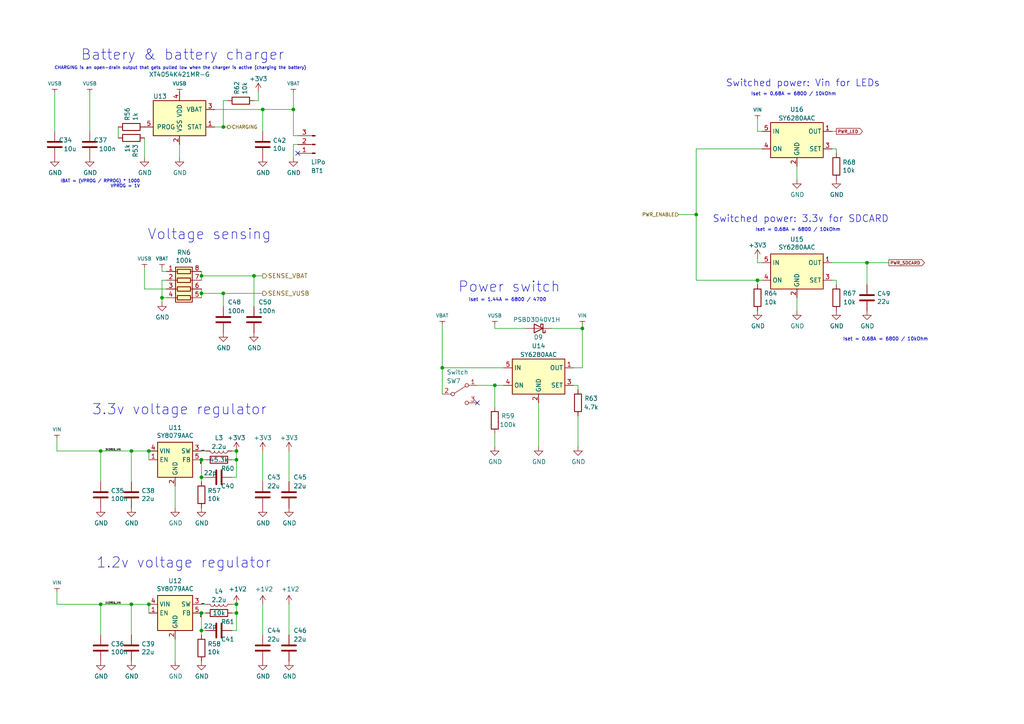
<source format=kicad_sch>
(kicad_sch (version 20211123) (generator eeschema)
  (paper "A4")
  (title_block (title "MCH2022 badge - Power management") (date "2022-03-14") (rev "4") (company "BADGE.TEAM") (comment 1 "All control signals are hierarchical labels while all power rails are global."))
  (lib_symbols
    (symbol "mch2021-rescue:+1V2-power" (power) (pin_names (offset 0))
      (property "Value" "+1V2-power" (at 0 3.556 0))
      (symbol "+1V2-power_1_1"
        (pin power_in line (at 0 0 90) (length 0) hide (name "+1V2") (number "1"))
      )
    )
    (symbol "mch2021-rescue:+3.3V-power" (power) (pin_names (offset 0))
      (property "Value" "+3.3V-power" (at 0 3.556 0))
      (symbol "+3.3V-power_1_1"
        (pin power_in line (at 0 0 90) (length 0) hide (name "+3V3") (number "1"))
      )
    )
    (symbol "mch2021-rescue:AAT4610BIGV-1-T1-Power_Management"
      (property "Reference" "U" (at -6.35 -6.35 0))
      (property "Value" "AAT4610BIGV-1-T1-Power_Management" (at 0 6.35 0))
      (symbol "AAT4610BIGV-1-T1-Power_Management_1_1"
        (pin power_out line (at 10.16 2.54 180) (length 2.54) (name "OUT") (number "1"))
        (pin power_in line (at 0 -7.62 90) (length 2.54) (name "GND") (number "2"))
        (pin passive line (at 10.16 -2.54 180) (length 2.54) (name "SET") (number "3"))
        (pin input line (at -10.16 -2.54 0) (length 2.54) (name "ON") (number "4"))
        (pin power_in line (at -10.16 2.54 0) (length 2.54) (name "IN") (number "5"))
      )
    )
    (symbol "mch2021-rescue:C-Device" (pin_numbers hide) (pin_names (offset 0.254))
      (property "Reference" "C" (at 0.635 2.54 0))
      (property "Value" "C-Device" (at 0.635 -2.54 0))
      (symbol "C-Device_1_1"
        (pin passive line (at 0 3.81 270) (length 2.794) (name "~") (number "1"))
        (pin passive line (at 0 -3.81 90) (length 2.794) (name "~") (number "2"))
      )
    )
    (symbol "mch2021-rescue:Conn_01x03_Male-Connector" (pin_names (offset 1.016) hide)
      (property "Reference" "J" (at 0 5.08 0))
      (property "Value" "Conn_01x03_Male-Connector" (at 0 -5.08 0))
      (symbol "Conn_01x03_Male-Connector_1_1"
        (pin passive line (at 5.08 2.54 180) (length 3.81) (name "Pin_1") (number "1"))
        (pin passive line (at 5.08 0 180) (length 3.81) (name "Pin_2") (number "2"))
        (pin passive line (at 5.08 -2.54 180) (length 3.81) (name "Pin_3") (number "3"))
      )
    )
    (symbol "mch2021-rescue:D_Schottky-Device" (pin_numbers hide) (pin_names (offset 1.016) hide)
      (property "Reference" "D" (at 0 2.54 0))
      (property "Value" "D_Schottky-Device" (at 0 -2.54 0))
      (symbol "D_Schottky-Device_1_1"
        (pin passive line (at -3.81 0 0) (length 2.54) (name "K") (number "1"))
        (pin passive line (at 3.81 0 180) (length 2.54) (name "A") (number "2"))
      )
    )
    (symbol "mch2021-rescue:GND-power" (power) (pin_names (offset 0))
      (property "Value" "GND-power" (at 0 -3.81 0))
      (symbol "GND-power_1_1"
        (pin power_in line (at 0 0 270) (length 0) hide (name "GND") (number "1"))
      )
    )
    (symbol "mch2021-rescue:L-Device" (pin_numbers hide) (pin_names (offset 1.016) hide)
      (property "Reference" "L" (at -1.27 0 90))
      (property "Value" "L-Device" (at 1.905 0 90))
      (symbol "L-Device_1_1"
        (pin passive line (at 0 3.81 270) (length 1.27) (name "1") (number "1"))
        (pin passive line (at 0 -3.81 90) (length 1.27) (name "2") (number "2"))
      )
    )
    (symbol "mch2021-rescue:MCP73831-2-OT-Battery_Management" (pin_names (offset 1.016))
      (property "Reference" "U" (at -7.62 6.35 0))
      (property "Value" "MCP73831-2-OT-Battery_Management" (at 1.27 6.35 0))
      (symbol "MCP73831-2-OT-Battery_Management_1_1"
        (pin output line (at 10.16 -2.54 180) (length 2.54) (name "STAT") (number "1"))
        (pin power_in line (at 0 -7.62 90) (length 2.54) (name "VSS") (number "2"))
        (pin power_out line (at 10.16 2.54 180) (length 2.54) (name "VBAT") (number "3"))
        (pin power_in line (at 0 7.62 270) (length 2.54) (name "VDD") (number "4"))
        (pin input line (at -10.16 -2.54 0) (length 2.54) (name "PROG") (number "5"))
      )
    )
    (symbol "mch2021-rescue:R-Device" (pin_numbers hide) (pin_names (offset 0))
      (property "Reference" "R" (at 2.032 0 90))
      (property "Value" "R-Device" (at 0 0 90))
      (symbol "R-Device_1_1"
        (pin passive line (at 0 3.81 270) (length 1.27) (name "~") (number "1"))
        (pin passive line (at 0 -3.81 90) (length 1.27) (name "~") (number "2"))
      )
    )
    (symbol "mch2021-rescue:R_Pack04-Device" (pin_names (offset 0) hide)
      (property "Reference" "RN" (at -7.62 0 90))
      (property "Value" "R_Pack04-Device" (at 5.08 0 90))
      (symbol "R_Pack04-Device_1_1"
        (pin passive line (at -5.08 -5.08 90) (length 2.54) (name "R1.1") (number "1"))
        (pin passive line (at -2.54 -5.08 90) (length 2.54) (name "R2.1") (number "2"))
        (pin passive line (at 0 -5.08 90) (length 2.54) (name "R3.1") (number "3"))
        (pin passive line (at 2.54 -5.08 90) (length 2.54) (name "R4.1") (number "4"))
        (pin passive line (at 2.54 5.08 270) (length 2.54) (name "R4.2") (number "5"))
        (pin passive line (at 0 5.08 270) (length 2.54) (name "R3.2") (number "6"))
        (pin passive line (at -2.54 5.08 270) (length 2.54) (name "R2.2") (number "7"))
        (pin passive line (at -5.08 5.08 270) (length 2.54) (name "R1.2") (number "8"))
      )
    )
    (symbol "mch2021-rescue:SW_SPDT-Switch" (pin_names (offset 0) hide)
      (property "Reference" "SW" (at 0 4.318 0))
      (property "Value" "SW_SPDT-Switch" (at 0 -5.08 0))
      (symbol "SW_SPDT-Switch_1_1"
        (pin passive line (at 5.08 2.54 180) (length 2.54) (name "A") (number "1"))
        (pin passive line (at -5.08 0 0) (length 2.54) (name "B") (number "2"))
        (pin passive line (at 5.08 -2.54 180) (length 2.54) (name "C") (number "3"))
      )
    )
    (symbol "mch2021-rescue:TLV62568DBV-Regulator_Switching"
      (property "Reference" "U" (at -5.08 6.35 0))
      (property "Value" "TLV62568DBV-Regulator_Switching" (at 0 6.35 0))
      (symbol "TLV62568DBV-Regulator_Switching_1_1"
        (pin input line (at -7.62 0 0) (length 2.54) (name "EN") (number "1"))
        (pin power_in line (at 0 -7.62 90) (length 2.54) (name "GND") (number "2"))
        (pin power_out line (at 7.62 2.54 180) (length 2.54) (name "SW") (number "3"))
        (pin power_in line (at -7.62 2.54 0) (length 2.54) (name "VIN") (number "4"))
        (pin input line (at 7.62 0 180) (length 2.54) (name "FB") (number "5"))
      )
    )
    (symbol "mch2021-rescue:VBAT-powersyms" (power) (pin_numbers hide) (pin_names (offset 0) hide)
      (property "Value" "VBAT-powersyms" (at 0 1.524 0))
      (symbol "VBAT-powersyms_1_1"
        (pin power_in line (at 0 0 90) (length 0) hide (name "VBAT") (number "1"))
      )
    )
    (symbol "mch2021-rescue:VIN-vin" (power) (pin_numbers hide) (pin_names (offset 0) hide)
      (property "Value" "VIN-vin" (at 0 1.524 0))
      (symbol "VIN-vin_1_1"
        (pin power_in line (at 0 0 90) (length 0) hide (name "VIN") (number "1"))
      )
    )
    (symbol "mch2021-rescue:VUSB-vusb" (power) (pin_numbers hide) (pin_names (offset 0) hide)
      (property "Value" "VUSB-vusb" (at 0 1.524 0))
      (symbol "VUSB-vusb_1_1"
        (pin power_in line (at 0 0 90) (length 0) hide (name "VUSB") (number "1"))
      )
    )
  )
  (junction (at 29.21 130.81))
  (junction (at 143.51 111.76))
  (junction (at 58.42 177.8))
  (junction (at 38.1 175.26))
  (junction (at 128.27 106.68))
  (junction (at 64.77 36.83))
  (junction (at 73.66 80.01))
  (junction (at 68.58 133.35))
  (junction (at 58.42 133.35))
  (junction (at 29.21 175.26))
  (junction (at 58.42 85.09))
  (junction (at 201.93 62.23))
  (junction (at 168.91 95.25))
  (junction (at 68.58 175.26))
  (junction (at 251.46 76.2))
  (junction (at 58.42 138.43))
  (junction (at 219.71 81.28))
  (junction (at 43.18 130.81))
  (junction (at 76.2 31.75))
  (junction (at 43.18 175.26))
  (junction (at 68.58 130.81))
  (junction (at 64.77 85.09))
  (junction (at 68.58 177.8))
  (junction (at 58.42 182.88))
  (junction (at 46.99 86.36))
  (junction (at 58.42 80.01))
  (junction (at 38.1 130.81))
  (junction (at 85.09 31.75))
  (no_connect (at 138.43 116.84))
  (no_connect (at 86.36 44.45))
  (wire (pts (xy 241.3 76.2) (xy 251.46 76.2)))
  (wire (pts (xy 41.91 83.82) (xy 41.91 77.47)))
  (wire (pts (xy 83.82 139.7) (xy 83.82 130.81)))
  (wire (pts (xy 58.42 175.26) (xy 59.69 175.26)))
  (wire (pts (xy 220.98 76.2) (xy 219.71 76.2)))
  (wire (pts (xy 48.26 86.36) (xy 46.99 86.36)))
  (wire (pts (xy 196.85 62.23) (xy 201.93 62.23)))
  (wire (pts (xy 68.58 130.81) (xy 67.31 130.81)))
  (wire (pts (xy 29.21 175.26) (xy 38.1 175.26)))
  (wire (pts (xy 68.58 138.43) (xy 68.58 133.35)))
  (wire (pts (xy 62.23 31.75) (xy 76.2 31.75)))
  (wire (pts (xy 58.42 130.81) (xy 59.69 130.81)))
  (wire (pts (xy 143.51 95.25) (xy 152.4 95.25)))
  (wire (pts (xy 38.1 184.15) (xy 38.1 175.26)))
  (wire (pts (xy 58.42 138.43) (xy 58.42 133.35)))
  (wire (pts (xy 160.02 95.25) (xy 168.91 95.25)))
  (wire (pts (xy 38.1 139.7) (xy 38.1 130.81)))
  (wire (pts (xy 29.21 130.81) (xy 38.1 130.81)))
  (wire (pts (xy 85.09 31.75) (xy 85.09 26.67)))
  (wire (pts (xy 58.42 85.09) (xy 64.77 85.09)))
  (wire (pts (xy 50.8 140.97) (xy 50.8 147.32)))
  (wire (pts (xy 85.09 41.91) (xy 85.09 45.72)))
  (wire (pts (xy 58.42 80.01) (xy 58.42 81.28)))
  (wire (pts (xy 219.71 38.1) (xy 219.71 34.29)))
  (wire (pts (xy 128.27 93.98) (xy 128.27 106.68)))
  (wire (pts (xy 76.2 175.26) (xy 76.2 184.15)))
  (wire (pts (xy 86.36 41.91) (xy 85.09 41.91)))
  (wire (pts (xy 58.42 80.01) (xy 73.66 80.01)))
  (wire (pts (xy 220.98 81.28) (xy 219.71 81.28)))
  (wire (pts (xy 38.1 175.26) (xy 43.18 175.26)))
  (wire (pts (xy 43.18 177.8) (xy 43.18 175.26)))
  (wire (pts (xy 251.46 82.55) (xy 251.46 76.2)))
  (wire (pts (xy 242.57 81.28) (xy 242.57 82.55)))
  (wire (pts (xy 34.29 36.83) (xy 34.29 40.005)))
  (wire (pts (xy 41.91 40.005) (xy 41.91 45.72)))
  (wire (pts (xy 26.035 38.1) (xy 26.035 26.67)))
  (wire (pts (xy 58.42 139.7) (xy 58.42 138.43)))
  (wire (pts (xy 67.31 182.88) (xy 68.58 182.88)))
  (wire (pts (xy 66.04 29.21) (xy 64.77 29.21)))
  (wire (pts (xy 16.51 175.26) (xy 16.51 171.45)))
  (wire (pts (xy 138.43 111.76) (xy 143.51 111.76)))
  (wire (pts (xy 58.42 78.74) (xy 58.42 80.01)))
  (wire (pts (xy 128.27 106.68) (xy 146.05 106.68)))
  (wire (pts (xy 168.91 95.25) (xy 168.91 106.68)))
  (wire (pts (xy 201.93 43.18) (xy 220.98 43.18)))
  (wire (pts (xy 58.42 85.09) (xy 58.42 86.36)))
  (wire (pts (xy 86.36 39.37) (xy 85.09 39.37)))
  (wire (pts (xy 201.93 81.28) (xy 201.93 62.23)))
  (wire (pts (xy 38.1 130.81) (xy 43.18 130.81)))
  (wire (pts (xy 68.58 175.26) (xy 67.31 175.26)))
  (wire (pts (xy 83.82 184.15) (xy 83.82 175.26)))
  (wire (pts (xy 73.66 88.9) (xy 73.66 80.01)))
  (wire (pts (xy 46.99 78.74) (xy 46.99 77.47)))
  (wire (pts (xy 16.51 130.81) (xy 16.51 127)))
  (wire (pts (xy 68.58 177.8) (xy 67.31 177.8)))
  (wire (pts (xy 58.42 133.35) (xy 59.69 133.35)))
  (wire (pts (xy 64.77 85.09) (xy 64.77 88.9)))
  (wire (pts (xy 167.64 111.76) (xy 166.37 111.76)))
  (wire (pts (xy 74.93 26.67) (xy 74.93 29.21)))
  (wire (pts (xy 52.07 41.91) (xy 52.07 45.72)))
  (wire (pts (xy 43.18 133.35) (xy 43.18 130.81)))
  (wire (pts (xy 143.51 93.98) (xy 143.51 95.25)))
  (wire (pts (xy 241.3 81.28) (xy 242.57 81.28)))
  (wire (pts (xy 48.26 83.82) (xy 41.91 83.82)))
  (wire (pts (xy 48.26 78.74) (xy 46.99 78.74)))
  (wire (pts (xy 58.42 83.82) (xy 58.42 85.09)))
  (wire (pts (xy 67.31 138.43) (xy 68.58 138.43)))
  (wire (pts (xy 241.3 43.18) (xy 242.57 43.18)))
  (wire (pts (xy 231.14 52.07) (xy 231.14 48.26)))
  (wire (pts (xy 59.69 182.88) (xy 58.42 182.88)))
  (wire (pts (xy 76.2 31.75) (xy 85.09 31.75)))
  (wire (pts (xy 201.93 62.23) (xy 201.93 43.18)))
  (wire (pts (xy 156.21 116.84) (xy 156.21 129.54)))
  (wire (pts (xy 76.2 130.81) (xy 76.2 139.7)))
  (wire (pts (xy 68.58 133.35) (xy 68.58 130.81)))
  (wire (pts (xy 166.37 106.68) (xy 168.91 106.68)))
  (wire (pts (xy 167.64 120.65) (xy 167.64 129.54)))
  (wire (pts (xy 219.71 76.2) (xy 219.71 74.93)))
  (wire (pts (xy 85.09 31.75) (xy 85.09 39.37)))
  (wire (pts (xy 257.81 76.2) (xy 251.46 76.2)))
  (wire (pts (xy 16.51 175.26) (xy 29.21 175.26)))
  (wire (pts (xy 64.77 36.83) (xy 66.04 36.83)))
  (wire (pts (xy 143.51 118.11) (xy 143.51 111.76)))
  (wire (pts (xy 58.42 177.8) (xy 59.69 177.8)))
  (wire (pts (xy 46.99 86.36) (xy 46.99 87.63)))
  (wire (pts (xy 48.26 81.28) (xy 46.99 81.28)))
  (wire (pts (xy 219.71 82.55) (xy 219.71 81.28)))
  (wire (pts (xy 58.42 182.88) (xy 58.42 177.8)))
  (wire (pts (xy 168.91 95.25) (xy 168.91 93.98)))
  (wire (pts (xy 201.93 81.28) (xy 219.71 81.28)))
  (wire (pts (xy 15.875 38.1) (xy 15.875 26.67)))
  (wire (pts (xy 143.51 129.54) (xy 143.51 125.73)))
  (wire (pts (xy 241.3 38.1) (xy 242.57 38.1)))
  (wire (pts (xy 64.77 85.09) (xy 76.2 85.09)))
  (wire (pts (xy 16.51 130.81) (xy 29.21 130.81)))
  (wire (pts (xy 76.2 38.1) (xy 76.2 31.75)))
  (wire (pts (xy 64.77 36.83) (xy 62.23 36.83)))
  (wire (pts (xy 128.27 106.68) (xy 128.27 114.3)))
  (wire (pts (xy 46.99 81.28) (xy 46.99 86.36)))
  (wire (pts (xy 59.69 138.43) (xy 58.42 138.43)))
  (wire (pts (xy 64.77 29.21) (xy 64.77 36.83)))
  (wire (pts (xy 68.58 182.88) (xy 68.58 177.8)))
  (wire (pts (xy 242.57 43.18) (xy 242.57 44.45)))
  (wire (pts (xy 231.14 90.17) (xy 231.14 86.36)))
  (wire (pts (xy 50.8 185.42) (xy 50.8 191.77)))
  (wire (pts (xy 76.2 80.01) (xy 73.66 80.01)))
  (wire (pts (xy 29.21 130.81) (xy 29.21 139.7)))
  (wire (pts (xy 167.64 113.03) (xy 167.64 111.76)))
  (wire (pts (xy 68.58 133.35) (xy 67.31 133.35)))
  (wire (pts (xy 29.21 175.26) (xy 29.21 184.15)))
  (wire (pts (xy 68.58 177.8) (xy 68.58 175.26)))
  (wire (pts (xy 74.93 29.21) (xy 73.66 29.21)))
  (wire (pts (xy 220.98 38.1) (xy 219.71 38.1)))
  (wire (pts (xy 58.42 184.15) (xy 58.42 182.88)))
  (wire (pts (xy 143.51 111.76) (xy 146.05 111.76)))
  (text "Iset = 0.68A = 6800 / 10kOhm" (at 242.57 27.94 180) (effects (font (size 0.9906 0.9906)) (justify right bottom)))
  (text "1.2v voltage regulator" (at 78.74 165.1 180) (effects (font (size 2.9972 2.9972)) (justify right bottom)))
  (text "Voltage sensing" (at 78.74 69.85 180) (effects (font (size 2.9972 2.9972)) (justify right bottom)))
  (text "Power switch" (at 162.56 85.09 180) (effects (font (size 2.9972 2.9972)) (justify right bottom)))
  (text "Switched power: Vin for LEDs" (at 255.27 25.4 180) (effects (font (size 2 2)) (justify right bottom)))
  (text "Iset = 0.68A = 6800 / 10kOhm" (at 269.24 99.06 180) (effects (font (size 0.9906 0.9906)) (justify right bottom)))
  (text "Iset = 0.68A = 6800 / 10kOhm" (at 243.84 67.31 180) (effects (font (size 0.9906 0.9906)) (justify right bottom)))
  (text "3.3v voltage regulator" (at 77.47 120.65 180) (effects (font (size 2.9972 2.9972)) (justify right bottom)))
  (text "Switched power: 3.3v for SDCARD" (at 257.81 64.77 180) (effects (font (size 2 2)) (justify right bottom)))
  (text "Iset = 1.44A = 6800 / 4700" (at 135.89 87.63 0) (effects (font (size 0.9906 0.9906)) (justify left bottom)))
  (text "IBAT = (VPROG / RPROG) * 1000\nVPROG = 1V\n" (at 40.64 54.61 180) (effects (font (size 0.889 0.889)) (justify right bottom)))
  (text "CHARGING is an open-drain output that gets pulled low when the charger is active (charging the battery)" (at 88.9 20.32 0) (effects (font (size 0.889 0.889)) (justify right bottom)))
  (text "Battery & battery charger" (at 82.55 17.78 180) (effects (font (size 2.9972 2.9972)) (justify right bottom)))
  (label "1V2REG_VIN" (at 30.48 175.26 0) (effects (font (size 0.508 0.508))))
  (label "FB33" (at 58.42 134.62 90) (effects (font (size 0.2032 0.2032))))
  (label "SW12" (at 58.42 175.26 0) (effects (font (size 0.2032 0.2032))))
  (label "SW33" (at 58.42 130.81 0) (effects (font (size 0.2032 0.2032))))
  (label "3V3REG_VIN" (at 30.48 130.81 0) (effects (font (size 0.508 0.508))))
  (label "FB12" (at 58.42 179.07 90) (effects (font (size 0.2032 0.2032))))
  (global_label "PWR_SDCARD" (shape output) (at 257.81 76.2 0) (effects (font (size 0.889 0.889))) (property "Intersheet References" "${INTERSHEET_REFS}" (effects hide)))
  (global_label "PWR_LED" (shape output) (at 242.57 38.1 0) (effects (font (size 0.889 0.889))) (property "Intersheet References" "${INTERSHEET_REFS}" (effects hide)))
  (hierarchical_label "SENSE_VUSB" (shape output) (at 76.2 85.09 0))
  (hierarchical_label "SENSE_VBAT" (shape output) (at 76.2 80.01 0))
  (hierarchical_label "CHARGING" (shape output) (at 66.04 36.83 0) (effects (font (size 0.9906 0.9906))))
  (hierarchical_label "PWR_ENABLE" (shape input) (at 196.85 62.23 180) (effects (font (size 0.9906 0.9906))))
  (symbol (lib_id "mch2021-rescue:MCP73831-2-OT-Battery_Management") (at 52.07 34.29 0) (unit 1)
    (property "Reference" "U13" (at 44.45 27.94 0) (effects (justify left)))
    (property "Value" "XT4054K421MR-G" (at 43.18 21.59 0) (effects (justify left)))
    (property "Footprint" "Package_TO_SOT_SMD:SOT-23-5" (effects hide))
    (property "Datasheet" "https://datasheet.lcsc.com/lcsc/1811010913_NATLINEAR-XT4054K421MR-G_C141405.pdf" (effects hide))
    (property "LCSC" "C141405" (effects hide))
    (property "Mouser" "-" (effects hide))
    (property "Sponsored" "N" (effects hide))
    (property "Category" "ICs" (effects hide))
    (property "Buy early" "Y" (effects hide))
    (property "MPN" "XT4054K421MR-G" (effects hide))
    (property "Manufacturer" "Natlinear" (effects hide))
  )
  (symbol (lib_id "mch2021-rescue:GND-power") (at 231.14 52.07 0) (unit 1)
    (property "Reference" "#PWR0202" (effects hide))
    (property "Value" "GND" (at 231.267 56.4642 0))
  )
  (symbol (lib_id "mch2021-rescue:GND-power") (at 46.99 87.63 0) (unit 1)
    (property "Reference" "#PWR0199" (effects hide))
    (property "Value" "GND" (at 47.117 92.0242 0))
  )
  (symbol (lib_id "mch2021-rescue:GND-power") (at 242.57 52.07 0) (unit 1)
    (property "Reference" "#PWR0205" (effects hide))
    (property "Value" "GND" (at 242.697 56.4642 0))
  )
  (symbol (lib_id "mch2021-rescue:GND-power") (at 242.57 90.17 0) (unit 1)
    (property "Reference" "#PWR0204" (effects hide))
    (property "Value" "GND" (at 242.697 94.5642 0))
  )
  (symbol (lib_id "mch2021-rescue:GND-power") (at 41.91 45.72 0) (unit 1)
    (property "Reference" "#PWR0166" (effects hide))
    (property "Value" "GND" (at 42.037 50.1142 0))
  )
  (symbol (lib_id "mch2021-rescue:GND-power") (at 15.875 45.72 0) (unit 1)
    (property "Reference" "#PWR0157" (effects hide))
    (property "Value" "GND" (at 16.002 50.1142 0))
  )
  (symbol (lib_id "mch2021-rescue:R-Device") (at 69.85 29.21 90) (unit 1)
    (property "Reference" "R62" (at 68.6816 27.432 0) (effects (justify left)))
    (property "Value" "10k" (at 70.993 27.432 0) (effects (justify left)))
    (property "Footprint" "Resistor_SMD:R_0402_1005Metric" (effects hide))
    (property "Datasheet" "https://datasheet.lcsc.com/lcsc/2110260030_UNI-ROYAL-Uniroyal-Elec-0402WGF1002TCE_C25744.pdf" (effects hide))
    (property "LCSC" "C25744" (effects hide))
    (property "Mouser" "-" (effects hide))
    (property "Sponsored" "N" (effects hide))
    (property "MANUFACTURER" "UNI-ROYAL" (effects hide))
    (property "MPN" "0402WGF1002TCE" (effects hide))
    (property "Category" "Resistors" (effects hide))
    (property "Buy early" "Y" (effects hide))
    (property "Description" "Generic part" (effects hide))
    (property "Manufacturer" "Uni-royal" (effects hide))
  )
  (symbol (lib_id "mch2021-rescue:+3.3V-power") (at 74.93 26.67 0) (unit 1)
    (property "Reference" "#PWR0177" (effects hide))
    (property "Value" "+3.3V" (at 74.93 22.86 0))
  )
  (symbol (lib_id "mch2021-rescue:VUSB-vusb") (at 52.07 26.67 0) (unit 1)
    (property "Reference" "#PWR0170" (effects hide))
    (property "Value" "VUSB" (at 52.07 24.2316 0) (effects (font (size 1.016 1.016))))
  )
  (symbol (lib_id "mch2021-rescue:VUSB-vusb") (at 26.035 26.67 0) (unit 1)
    (property "Reference" "#PWR0160" (effects hide))
    (property "Value" "VUSB" (at 26.035 24.2316 0) (effects (font (size 1.016 1.016))))
  )
  (symbol (lib_id "mch2021-rescue:VUSB-vusb") (at 15.875 26.67 0) (unit 1)
    (property "Reference" "#PWR0156" (effects hide))
    (property "Value" "VUSB" (at 15.875 24.2316 0) (effects (font (size 1.016 1.016))))
  )
  (symbol (lib_id "mch2021-rescue:VBAT-powersyms") (at 85.09 26.67 0) (unit 1)
    (property "Reference" "#PWR0188" (effects hide))
    (property "Value" "VBAT" (at 85.09 24.2316 0) (effects (font (size 1.016 1.016))))
  )
  (symbol (lib_id "mch2021-rescue:GND-power") (at 83.82 147.32 0) (unit 1)
    (property "Reference" "#PWR0185" (effects hide))
    (property "Value" "GND" (at 83.947 151.7142 0))
  )
  (symbol (lib_id "mch2021-rescue:GND-power") (at 76.2 147.32 0) (unit 1)
    (property "Reference" "#PWR0181" (effects hide))
    (property "Value" "GND" (at 76.327 151.7142 0))
  )
  (symbol (lib_id "mch2021-rescue:GND-power") (at 58.42 147.32 0) (unit 1)
    (property "Reference" "#PWR0172" (effects hide))
    (property "Value" "GND" (at 58.547 151.7142 0))
  )
  (symbol (lib_id "mch2021-rescue:GND-power") (at 38.1 147.32 0) (unit 1)
    (property "Reference" "#PWR0164" (effects hide))
    (property "Value" "GND" (at 38.227 151.7142 0))
  )
  (symbol (lib_id "mch2021-rescue:C-Device") (at 64.77 92.71 0) (unit 1)
    (property "Reference" "C48" (at 66.04 87.63 0) (effects (justify left)))
    (property "Value" "100n" (at 66.04 90.17 0) (effects (justify left)))
    (property "Footprint" "Capacitor_SMD:C_0402_1005Metric" (effects hide))
    (property "Datasheet" "https://datasheet.lcsc.com/lcsc/1810191222_Samsung-Electro-Mechanics-CL05B104KB54PNC_C307331.pdf" (effects hide))
    (property "LCSC" "C307331" (effects hide))
    (property "Mouser" "-" (effects hide))
    (property "Sponsored" "N" (effects hide))
    (property "Category" "Capacitors" (effects hide))
    (property "Description" "Generic part" (effects hide))
    (property "Buy early" "Y" (effects hide))
    (property "MPN" "CL05B104KB54PNC" (effects hide))
    (property "Manufacturer" "Samsung Electro-Mechanics" (effects hide))
    (property "Minimal voltage rating" "10" (effects hide))
    (property "Voltage rating" "50" (effects hide))
  )
  (symbol (lib_id "mch2021-rescue:C-Device") (at 73.66 92.71 0) (unit 1)
    (property "Reference" "C50" (at 74.93 87.63 0) (effects (justify left)))
    (property "Value" "100n" (at 74.93 90.17 0) (effects (justify left)))
    (property "Footprint" "Capacitor_SMD:C_0402_1005Metric" (effects hide))
    (property "Datasheet" "https://datasheet.lcsc.com/lcsc/1810191222_Samsung-Electro-Mechanics-CL05B104KB54PNC_C307331.pdf" (effects hide))
    (property "LCSC" "C307331" (effects hide))
    (property "Mouser" "-" (effects hide))
    (property "Sponsored" "N" (effects hide))
    (property "Category" "Capacitors" (effects hide))
    (property "Description" "Generic part" (effects hide))
    (property "Buy early" "Y" (effects hide))
    (property "MPN" "CL05B104KB54PNC" (effects hide))
    (property "Manufacturer" "Samsung Electro-Mechanics" (effects hide))
    (property "Minimal voltage rating" "10" (effects hide))
    (property "Voltage rating" "50" (effects hide))
  )
  (symbol (lib_id "mch2021-rescue:GND-power") (at 64.77 96.52 0) (unit 1)
    (property "Reference" "#PWR0206" (effects hide))
    (property "Value" "GND" (at 64.897 100.9142 0))
  )
  (symbol (lib_id "mch2021-rescue:GND-power") (at 73.66 96.52 0) (unit 1)
    (property "Reference" "#PWR0208" (effects hide))
    (property "Value" "GND" (at 73.787 100.9142 0))
  )
  (symbol (lib_id "mch2021-rescue:+3.3V-power") (at 76.2 130.81 0) (unit 1)
    (property "Reference" "#PWR0180" (effects hide))
    (property "Value" "+3.3V" (at 76.2 127 0))
  )
  (symbol (lib_id "mch2021-rescue:VIN-vin") (at 219.71 34.29 0) (unit 1)
    (property "Reference" "#PWR0195" (effects hide))
    (property "Value" "VIN" (at 219.71 31.8516 0) (effects (font (size 1.016 1.016))))
  )
  (symbol (lib_id "mch2021-rescue:VIN-vin") (at 16.51 127 0) (unit 1)
    (property "Reference" "#PWR0154" (effects hide))
    (property "Value" "VIN" (at 16.51 124.5616 0) (effects (font (size 1.016 1.016))))
  )
  (symbol (lib_id "mch2021-rescue:+3.3V-power") (at 68.58 130.81 0) (unit 1)
    (property "Reference" "#PWR0175" (effects hide))
    (property "Value" "+3.3V" (at 68.58 127 0))
  )
  (symbol (lib_id "mch2021-rescue:C-Device") (at 76.2 187.96 0) (unit 1)
    (property "Reference" "C44" (at 77.47 182.88 0) (effects (justify left)))
    (property "Value" "22u" (at 77.47 185.42 0) (effects (justify left)))
    (property "Footprint" "Capacitor_SMD:C_0805_2012Metric" (effects hide))
    (property "Datasheet" "https://datasheet.lcsc.com/lcsc/2006102223_Samsung-Electro-Mechanics-CL21A226MAYNNNE_C602037.pdf" (effects hide))
    (property "Sponsored" "N" (effects hide))
    (property "LCSC" "C602037" (effects hide))
    (property "Category" "Capacitors" (effects hide))
    (property "Description" "Generic part" (effects hide))
    (property "Buy early" "Y" (effects hide))
    (property "MPN" "CL21A226MAYNNNE" (effects hide))
    (property "Manufacturer" "Samsung Electro-Mechanics" (effects hide))
    (property "Minimal voltage rating" "10" (effects hide))
    (property "Voltage rating" "25" (effects hide))
  )
  (symbol (lib_id "mch2021-rescue:C-Device") (at 63.5 182.88 270) (unit 1)
    (property "Reference" "C41" (at 66.04 185.42 90))
    (property "Value" "22p" (at 60.96 181.61 90))
    (property "Footprint" "Capacitor_SMD:C_0402_1005Metric" (effects hide))
    (property "Datasheet" "https://datasheet.lcsc.com/lcsc/1912111437_CCTC-TCC0402C0G220J500AT_C466226.pdf" (effects hide))
    (property "Sponsored" "N" (effects hide))
    (property "LCSC" "C466226" (effects hide))
    (property "MANUFACTURER" "YAGEO" (effects hide))
    (property "MPN" "TCC0402C0G220J500AT" (effects hide))
    (property "Category" "Capacitors" (effects hide))
    (property "Description" "Generic part" (effects hide))
    (property "Buy early" "Y" (effects hide))
    (property "Manufacturer" "CCTC" (effects hide))
    (property "Minimal voltage rating" "10" (effects hide))
    (property "Voltage rating" "50" (effects hide))
  )
  (symbol (lib_id "mch2021-rescue:R-Device") (at 63.5 177.8 270) (unit 1)
    (property "Reference" "R61" (at 66.04 180.34 90))
    (property "Value" "10k" (at 63.5 177.8 90))
    (property "Footprint" "Resistor_SMD:R_0402_1005Metric" (effects hide))
    (property "Datasheet" "https://datasheet.lcsc.com/lcsc/2110260030_UNI-ROYAL-Uniroyal-Elec-0402WGF1002TCE_C25744.pdf" (effects hide))
    (property "LCSC" "C25744" (effects hide))
    (property "Mouser" "-" (effects hide))
    (property "Sponsored" "N" (effects hide))
    (property "MANUFACTURER" "YAGEO" (effects hide))
    (property "MPN" "0402WGF1002TCE" (effects hide))
    (property "Category" "Resistors" (effects hide))
    (property "Buy early" "Y" (effects hide))
    (property "Description" "Generic part" (effects hide))
    (property "Manufacturer" "Uni-royal" (effects hide))
  )
  (symbol (lib_id "mch2021-rescue:R-Device") (at 58.42 187.96 0) (unit 1)
    (property "Reference" "R58" (at 60.198 186.7916 0) (effects (justify left)))
    (property "Value" "10k" (at 60.198 189.103 0) (effects (justify left)))
    (property "Footprint" "Resistor_SMD:R_0402_1005Metric" (effects hide))
    (property "Datasheet" "https://datasheet.lcsc.com/lcsc/2110260030_UNI-ROYAL-Uniroyal-Elec-0402WGF1002TCE_C25744.pdf" (effects hide))
    (property "LCSC" "C25744" (effects hide))
    (property "Mouser" "-" (effects hide))
    (property "Sponsored" "N" (effects hide))
    (property "MANUFACTURER" "YAGEO" (effects hide))
    (property "MPN" "0402WGF1002TCE" (effects hide))
    (property "Category" "Resistors" (effects hide))
    (property "Buy early" "Y" (effects hide))
    (property "Description" "Generic part" (effects hide))
    (property "Manufacturer" "Uni-royal" (effects hide))
  )
  (symbol (lib_id "mch2021-rescue:L-Device") (at 63.5 175.26 270) (unit 1)
    (property "Reference" "L4" (at 63.5 171.45 90))
    (property "Value" "2.2u" (at 63.5 173.99 90))
    (property "Footprint" "custom:Inductor_MSC20FC" (effects hide))
    (property "Datasheet" "https://datasheet.lcsc.com/lcsc/1912111437_PSA-Prosperity-Dielectrics-MCS20FC-2R2MHC_C375944.pdf" (effects hide))
    (property "LCSC" "C375944" (effects hide))
    (property "Mouser" "-" (effects hide))
    (property "Sponsored" "N" (effects hide))
    (property "Category" "Inductors" (effects hide))
    (property "MPN" "MCS20FC-2R2MHC" (effects hide))
    (property "Manufacturer" "PSA" (effects hide))
    (property "Buy early" "Y" (effects hide))
  )
  (symbol (lib_id "mch2021-rescue:TLV62568DBV-Regulator_Switching") (at 50.8 177.8 0) (unit 1)
    (property "Reference" "U12" (at 50.8 168.4782 0))
    (property "Value" "SY8079AAC" (at 50.8 170.7896 0))
    (property "Footprint" "Package_TO_SOT_SMD:SOT-23-5" (effects hide))
    (property "Datasheet" "https://datasheet.lcsc.com/lcsc/1809050356_Silergy-Corp-SY8079AAC_C133751.pdf" (effects hide))
    (property "LCSC" "C133751" (effects hide))
    (property "Mouser" "-" (effects hide))
    (property "Sponsored" "N" (effects hide))
    (property "Category" "ICs" (effects hide))
    (property "Buy early" "Y" (effects hide))
    (property "MPN" "SY8079AAC" (effects hide))
    (property "Manufacturer" "Silergy Corp" (effects hide))
  )
  (symbol (lib_id "mch2021-rescue:C-Device") (at 38.1 187.96 0) (unit 1)
    (property "Reference" "C39" (at 41.021 186.7916 0) (effects (justify left)))
    (property "Value" "22u" (at 41.021 189.103 0) (effects (justify left)))
    (property "Footprint" "Capacitor_SMD:C_0805_2012Metric" (effects hide))
    (property "Datasheet" "https://datasheet.lcsc.com/lcsc/2006102223_Samsung-Electro-Mechanics-CL21A226MAYNNNE_C602037.pdf" (effects hide))
    (property "Sponsored" "N" (effects hide))
    (property "LCSC" "C602037" (effects hide))
    (property "Category" "Capacitors" (effects hide))
    (property "Description" "Generic part" (effects hide))
    (property "Buy early" "Y" (effects hide))
    (property "MPN" "CL21A226MAYNNNE" (effects hide))
    (property "Manufacturer" "Samsung Electro-Mechanics" (effects hide))
    (property "Minimal voltage rating" "10" (effects hide))
    (property "Voltage rating" "25" (effects hide))
  )
  (symbol (lib_id "mch2021-rescue:C-Device") (at 83.82 187.96 0) (unit 1)
    (property "Reference" "C46" (at 85.09 182.88 0) (effects (justify left)))
    (property "Value" "22u" (at 85.09 185.42 0) (effects (justify left)))
    (property "Footprint" "Capacitor_SMD:C_0805_2012Metric" (effects hide))
    (property "Datasheet" "https://datasheet.lcsc.com/lcsc/2006102223_Samsung-Electro-Mechanics-CL21A226MAYNNNE_C602037.pdf" (effects hide))
    (property "Sponsored" "N" (effects hide))
    (property "LCSC" "C602037" (effects hide))
    (property "Category" "Capacitors" (effects hide))
    (property "Description" "Generic part" (effects hide))
    (property "Buy early" "Y" (effects hide))
    (property "MPN" "CL21A226MAYNNNE" (effects hide))
    (property "Manufacturer" "Samsung Electro-Mechanics" (effects hide))
    (property "Minimal voltage rating" "10" (effects hide))
    (property "Voltage rating" "25" (effects hide))
  )
  (symbol (lib_id "mch2021-rescue:GND-power") (at 50.8 191.77 0) (unit 1)
    (property "Reference" "#PWR0169" (effects hide))
    (property "Value" "GND" (at 50.927 196.1642 0))
  )
  (symbol (lib_id "mch2021-rescue:GND-power") (at 83.82 191.77 0) (unit 1)
    (property "Reference" "#PWR0187" (effects hide))
    (property "Value" "GND" (at 83.947 196.1642 0))
  )
  (symbol (lib_id "mch2021-rescue:GND-power") (at 76.2 191.77 0) (unit 1)
    (property "Reference" "#PWR0183" (effects hide))
    (property "Value" "GND" (at 76.327 196.1642 0))
  )
  (symbol (lib_id "mch2021-rescue:GND-power") (at 58.42 191.77 0) (unit 1)
    (property "Reference" "#PWR0173" (effects hide))
    (property "Value" "GND" (at 58.547 196.1642 0))
  )
  (symbol (lib_id "mch2021-rescue:GND-power") (at 38.1 191.77 0) (unit 1)
    (property "Reference" "#PWR0165" (effects hide))
    (property "Value" "GND" (at 38.227 196.1642 0))
  )
  (symbol (lib_id "mch2021-rescue:+1V2-power") (at 83.82 175.26 0) (unit 1)
    (property "Reference" "#PWR0186" (effects hide))
    (property "Value" "+1V2" (at 84.201 170.8658 0))
  )
  (symbol (lib_id "mch2021-rescue:+1V2-power") (at 76.2 175.26 0) (unit 1)
    (property "Reference" "#PWR0182" (effects hide))
    (property "Value" "+1V2" (at 76.581 170.8658 0))
  )
  (symbol (lib_id "mch2021-rescue:+1V2-power") (at 68.58 175.26 0) (unit 1)
    (property "Reference" "#PWR0176" (effects hide))
    (property "Value" "+1V2" (at 68.961 170.8658 0))
  )
  (symbol (lib_id "mch2021-rescue:VBAT-powersyms") (at 46.99 77.47 0) (unit 1)
    (property "Reference" "#PWR0198" (effects hide))
    (property "Value" "VBAT" (at 46.99 75.0316 0) (effects (font (size 1.016 1.016))))
  )
  (symbol (lib_id "mch2021-rescue:VUSB-vusb") (at 41.91 77.47 0) (unit 1)
    (property "Reference" "#PWR0197" (effects hide))
    (property "Value" "VUSB" (at 41.91 75.0316 0) (effects (font (size 1.016 1.016))))
  )
  (symbol (lib_id "mch2021-rescue:+3.3V-power") (at 219.71 74.93 0) (unit 1)
    (property "Reference" "#PWR0193" (effects hide))
    (property "Value" "+3.3V" (at 219.71 71.12 0))
  )
  (symbol (lib_id "mch2021-rescue:Conn_01x03_Male-Connector") (at 91.44 41.91 180) (unit 1)
    (property "Reference" "BT1" (at 90.17 49.53 0) (effects (justify right)))
    (property "Value" "LiPo" (at 90.17 46.99 0) (effects (justify right)))
    (property "Footprint" "Connector_JST:JST_PH_S3B-PH-SM4-TB_1x03-1MP_P2.00mm_Horizontal" (effects hide))
    (property "Datasheet" "https://datasheet.lcsc.com/lcsc/1810261109_JST-Sales-America-S3B-PH-SM4-TB-LF-SN_C265101.pdf" (effects hide))
    (property "LCSC" "C265101" (effects hide))
    (property "Mouser" "-" (effects hide))
    (property "Sponsored" "N" (effects hide))
    (property "Category" "Connectors" (effects hide))
    (property "Description" "Depends on battery" (effects hide))
    (property "MPN" "S3B-PH-SM4-TB(LF)(SN)" (effects hide))
    (property "Manufacturer" "JST" (effects hide))
    (property "Buy early" "N" (effects hide))
  )
  (symbol (lib_id "mch2021-rescue:AAT4610BIGV-1-T1-Power_Management") (at 156.21 109.22 0) (unit 1)
    (property "Reference" "U14" (at 156.21 100.33 0))
    (property "Value" "SY6280AAC" (at 156.21 102.87 0))
    (property "Footprint" "Package_TO_SOT_SMD:SOT-23-5" (effects hide))
    (property "Datasheet" "https://datasheet.lcsc.com/lcsc/1810121532_Silergy-Corp-SY6280AAC_C55136.pdf" (effects hide))
    (property "LCSC" "C55136" (effects hide))
    (property "Mouser" "-" (effects hide))
    (property "Sponsored" "N" (effects hide))
    (property "Category" "ICs" (effects hide))
    (property "Buy early" "Y" (effects hide))
    (property "MPN" "SY6280AAC" (effects hide))
    (property "Manufacturer" "Silergy Corp" (effects hide))
  )
  (symbol (lib_id "mch2021-rescue:GND-power") (at 156.21 129.54 0) (unit 1)
    (property "Reference" "#PWR0178" (effects hide))
    (property "Value" "GND" (at 156.337 133.9342 0))
  )
  (symbol (lib_id "mch2021-rescue:GND-power") (at 167.64 129.54 0) (unit 1)
    (property "Reference" "#PWR0190" (effects hide))
    (property "Value" "GND" (at 167.767 133.9342 0))
  )
  (symbol (lib_id "mch2021-rescue:R-Device") (at 167.64 116.84 180) (unit 1)
    (property "Reference" "R63" (at 171.45 115.57 0))
    (property "Value" "4.7k" (at 171.45 118.11 0))
    (property "Footprint" "Resistor_SMD:R_0402_1005Metric" (effects hide))
    (property "Datasheet" "https://datasheet.lcsc.com/lcsc/2110260030_UNI-ROYAL-Uniroyal-Elec-0402WGF4701TCE_C25900.pdf" (effects hide))
    (property "LCSC" "C25900" (effects hide))
    (property "Mouser" "-" (effects hide))
    (property "MANUFACTURER" "YAGEO" (effects hide))
    (property "MPN" "0402WGF4701TCE" (effects hide))
    (property "Category" "Resistors" (effects hide))
    (property "Buy early" "Y" (effects hide))
    (property "Description" "Generic part" (effects hide))
    (property "Manufacturer" "Uni-royal" (effects hide))
    (property "Sponsored" "N" (effects hide))
  )
  (symbol (lib_id "mch2021-rescue:VBAT-powersyms") (at 128.27 93.98 0) (unit 1)
    (property "Reference" "#PWR0153" (effects hide))
    (property "Value" "VBAT" (at 128.27 91.5416 0) (effects (font (size 1.016 1.016))))
  )
  (symbol (lib_id "mch2021-rescue:VIN-vin") (at 168.91 93.98 0) (unit 1)
    (property "Reference" "#PWR0191" (effects hide))
    (property "Value" "VIN" (at 168.91 91.5416 0) (effects (font (size 1.016 1.016))))
  )
  (symbol (lib_id "mch2021-rescue:D_Schottky-Device") (at 156.21 95.25 180) (unit 1)
    (property "Reference" "D9" (at 157.48 97.79 0) (effects (justify left)))
    (property "Value" "PSBD3D40V1H" (at 162.56 92.71 0) (effects (justify left)))
    (property "Footprint" "Diode_SMD:D_SOD-323" (effects hide))
    (property "Datasheet" "https://datasheet.lcsc.com/lcsc/1810251323_Shanghai-Prisemi-Elec-PSBD3D40V1H_C110733.pdf" (effects hide))
    (property "Sponsored" "N" (effects hide))
    (property "LCSC" "C110733" (effects hide))
    (property "Category" "Diodes" (effects hide))
    (property "Description" "Generic part" (effects hide))
    (property "MPN" "PSBD3D40V1H" (effects hide))
    (property "Manufacturer" "Shanghai Prisemi Elec" (effects hide))
    (property "Buy early" "Y" (effects hide))
  )
  (symbol (lib_id "mch2021-rescue:VUSB-vusb") (at 143.51 93.98 0) (unit 1)
    (property "Reference" "#PWR0162" (effects hide))
    (property "Value" "VUSB" (at 143.51 91.5416 0) (effects (font (size 1.016 1.016))))
  )
  (symbol (lib_id "mch2021-rescue:C-Device") (at 26.035 41.91 180) (unit 1)
    (property "Reference" "C37" (at 31.115 40.64 0) (effects (justify left)))
    (property "Value" "100n" (at 33.655 43.18 0) (effects (justify left)))
    (property "Footprint" "Capacitor_SMD:C_0402_1005Metric" (effects hide))
    (property "Datasheet" "https://datasheet.lcsc.com/lcsc/1810191222_Samsung-Electro-Mechanics-CL05B104KB54PNC_C307331.pdf" (effects hide))
    (property "LCSC" "C307331" (effects hide))
    (property "Mouser" "-" (effects hide))
    (property "Sponsored" "N" (effects hide))
    (property "Category" "Capacitors" (effects hide))
    (property "Description" "Generic part" (effects hide))
    (property "Buy early" "Y" (effects hide))
    (property "MPN" "CL05B104KB54PNC" (effects hide))
    (property "Manufacturer" "Samsung Electro-Mechanics" (effects hide))
    (property "Minimal voltage rating" "10" (effects hide))
    (property "Voltage rating" "50" (effects hide))
  )
  (symbol (lib_id "mch2021-rescue:GND-power") (at 52.07 45.72 0) (unit 1)
    (property "Reference" "#PWR0171" (effects hide))
    (property "Value" "GND" (at 52.197 50.1142 0))
  )
  (symbol (lib_id "mch2021-rescue:SW_SPDT-Switch") (at 133.35 114.3 0) (unit 1)
    (property "Reference" "SW7" (at 129.54 110.49 0) (effects (justify left)))
    (property "Value" "Switch" (at 129.54 107.95 0) (effects (justify left)))
    (property "Footprint" "Button_Switch_SMD:SW_SPDT_PCM12" (effects hide))
    (property "Datasheet" "https://datasheet.lcsc.com/lcsc/2110151630_XKB-Connectivity-SK-3296S-01-L1_C319020.pdf" (effects hide))
    (property "LCSC" "C319020" (effects hide))
    (property "Mouser" "-" (effects hide))
    (property "Sponsored" "N" (effects hide))
    (property "Category" "Buttons" (effects hide))
    (property "Buy early" "Y" (effects hide))
    (property "Description" "Toggle switch" (effects hide))
    (property "MPN" "SK-3296S-01-L1" (effects hide))
    (property "Manufacturer" "XKB Connectivity" (effects hide))
  )
  (symbol (lib_id "mch2021-rescue:TLV62568DBV-Regulator_Switching") (at 50.8 133.35 0) (unit 1)
    (property "Reference" "U11" (at 50.8 124.0282 0))
    (property "Value" "SY8079AAC" (at 50.8 126.3396 0))
    (property "Footprint" "Package_TO_SOT_SMD:SOT-23-5" (effects hide))
    (property "Datasheet" "https://datasheet.lcsc.com/lcsc/1809050356_Silergy-Corp-SY8079AAC_C133751.pdf" (effects hide))
    (property "LCSC" "C133751" (effects hide))
    (property "Mouser" "-" (effects hide))
    (property "Sponsored" "N" (effects hide))
    (property "Category" "ICs" (effects hide))
    (property "Buy early" "Y" (effects hide))
    (property "MPN" "SY8079AAC" (effects hide))
    (property "Manufacturer" "Silergy Corp" (effects hide))
  )
  (symbol (lib_id "mch2021-rescue:L-Device") (at 63.5 130.81 270) (unit 1)
    (property "Reference" "L3" (at 63.5 127 90))
    (property "Value" "2.2u" (at 63.5 129.54 90))
    (property "Footprint" "custom:Inductor_MSC20FC" (effects hide))
    (property "Datasheet" "https://datasheet.lcsc.com/lcsc/1912111437_PSA-Prosperity-Dielectrics-MCS20FC-2R2MHC_C375944.pdf" (effects hide))
    (property "LCSC" "C375944" (effects hide))
    (property "Mouser" "-" (effects hide))
    (property "Sponsored" "N" (effects hide))
    (property "Category" "Inductors" (effects hide))
    (property "MPN" "MCS20FC-2R2MHC" (effects hide))
    (property "Manufacturer" "PSA" (effects hide))
    (property "Buy early" "Y" (effects hide))
  )
  (symbol (lib_id "mch2021-rescue:R-Device") (at 58.42 143.51 0) (unit 1)
    (property "Reference" "R57" (at 60.198 142.3416 0) (effects (justify left)))
    (property "Value" "10k" (at 60.198 144.653 0) (effects (justify left)))
    (property "Footprint" "Resistor_SMD:R_0402_1005Metric" (effects hide))
    (property "Datasheet" "https://datasheet.lcsc.com/lcsc/2110260030_UNI-ROYAL-Uniroyal-Elec-0402WGF1002TCE_C25744.pdf" (effects hide))
    (property "LCSC" "C25744" (effects hide))
    (property "Mouser" "-" (effects hide))
    (property "Sponsored" "N" (effects hide))
    (property "MANUFACTURER" "YAGEO" (effects hide))
    (property "MPN" "0402WGF1002TCE" (effects hide))
    (property "Category" "Resistors" (effects hide))
    (property "Buy early" "Y" (effects hide))
    (property "Description" "Generic part" (effects hide))
    (property "Manufacturer" "Uni-royal" (effects hide))
  )
  (symbol (lib_id "mch2021-rescue:R-Device") (at 219.71 86.36 180) (unit 1)
    (property "Reference" "R64" (at 223.52 85.09 0))
    (property "Value" "10k" (at 223.52 87.63 0))
    (property "Footprint" "Resistor_SMD:R_0402_1005Metric" (effects hide))
    (property "Datasheet" "https://datasheet.lcsc.com/lcsc/2110260030_UNI-ROYAL-Uniroyal-Elec-0402WGF1002TCE_C25744.pdf" (effects hide))
    (property "LCSC" "C25744" (effects hide))
    (property "Mouser" "-" (effects hide))
    (property "Sponsored" "N" (effects hide))
    (property "MANUFACTURER" "YAGEO" (effects hide))
    (property "MPN" "0402WGF1002TCE" (effects hide))
    (property "Category" "Resistors" (effects hide))
    (property "Buy early" "Y" (effects hide))
    (property "Description" "Generic part" (effects hide))
    (property "Manufacturer" "Uni-royal" (effects hide))
  )
  (symbol (lib_id "mch2021-rescue:R-Device") (at 143.51 121.92 180) (unit 1)
    (property "Reference" "R59" (at 147.32 120.65 0))
    (property "Value" "100k" (at 147.32 123.19 0))
    (property "Footprint" "Resistor_SMD:R_0402_1005Metric" (effects hide))
    (property "Datasheet" "https://datasheet.lcsc.com/lcsc/2110260030_UNI-ROYAL-Uniroyal-Elec-0402WGF1003TCE_C25741.pdf" (effects hide))
    (property "LCSC" "C25741" (effects hide))
    (property "Mouser" "-" (effects hide))
    (property "Sponsored" "N" (effects hide))
    (property "MANUFACTURER" "FH" (effects hide))
    (property "MPN" "0402WGF1003TCE" (effects hide))
    (property "Category" "Resistors" (effects hide))
    (property "Buy early" "Y" (effects hide))
    (property "Description" "Generic part" (effects hide))
    (property "Manufacturer" "Uni-royal" (effects hide))
  )
  (symbol (lib_id "mch2021-rescue:GND-power") (at 143.51 129.54 0) (unit 1)
    (property "Reference" "#PWR0174" (effects hide))
    (property "Value" "GND" (at 143.637 133.9342 0))
  )
  (symbol (lib_id "mch2021-rescue:C-Device") (at 29.21 143.51 0) (unit 1)
    (property "Reference" "C35" (at 32.131 142.3416 0) (effects (justify left)))
    (property "Value" "100n" (at 32.131 144.653 0) (effects (justify left)))
    (property "Footprint" "Capacitor_SMD:C_0402_1005Metric" (effects hide))
    (property "Datasheet" "https://datasheet.lcsc.com/lcsc/1810191222_Samsung-Electro-Mechanics-CL05B104KB54PNC_C307331.pdf" (effects hide))
    (property "Sponsored" "N" (effects hide))
    (property "LCSC" "C307331" (effects hide))
    (property "Category" "Capacitors" (effects hide))
    (property "Description" "Generic part" (effects hide))
    (property "Buy early" "Y" (effects hide))
    (property "MPN" "CL05B104KB54PNC" (effects hide))
    (property "Manufacturer" "Samsung Electro-Mechanics" (effects hide))
    (property "Minimal voltage rating" "10" (effects hide))
    (property "Voltage rating" "50" (effects hide))
  )
  (symbol (lib_id "mch2021-rescue:GND-power") (at 29.21 147.32 0) (unit 1)
    (property "Reference" "#PWR0158" (effects hide))
    (property "Value" "GND" (at 29.337 151.7142 0))
  )
  (symbol (lib_id "mch2021-rescue:VIN-vin") (at 16.51 171.45 0) (unit 1)
    (property "Reference" "#PWR0155" (effects hide))
    (property "Value" "VIN" (at 16.51 169.0116 0) (effects (font (size 1.016 1.016))))
  )
  (symbol (lib_id "mch2021-rescue:C-Device") (at 29.21 187.96 0) (unit 1)
    (property "Reference" "C36" (at 32.131 186.7916 0) (effects (justify left)))
    (property "Value" "100n" (at 32.131 189.103 0) (effects (justify left)))
    (property "Footprint" "Capacitor_SMD:C_0402_1005Metric" (effects hide))
    (property "Datasheet" "https://datasheet.lcsc.com/lcsc/1810191222_Samsung-Electro-Mechanics-CL05B104KB54PNC_C307331.pdf" (effects hide))
    (property "Sponsored" "N" (effects hide))
    (property "LCSC" "C307331" (effects hide))
    (property "Category" "Capacitors" (effects hide))
    (property "Description" "Generic part" (effects hide))
    (property "Buy early" "Y" (effects hide))
    (property "MPN" "CL05B104KB54PNC" (effects hide))
    (property "Manufacturer" "Samsung Electro-Mechanics" (effects hide))
    (property "Minimal voltage rating" "10" (effects hide))
    (property "Voltage rating" "50" (effects hide))
  )
  (symbol (lib_id "mch2021-rescue:GND-power") (at 29.21 191.77 0) (unit 1)
    (property "Reference" "#PWR0159" (effects hide))
    (property "Value" "GND" (at 29.337 196.1642 0))
  )
  (symbol (lib_id "mch2021-rescue:C-Device") (at 251.46 86.36 0) (unit 1)
    (property "Reference" "C49" (at 254.381 85.1916 0) (effects (justify left)))
    (property "Value" "22u" (at 254.381 87.503 0) (effects (justify left)))
    (property "Footprint" "Capacitor_SMD:C_0805_2012Metric" (effects hide))
    (property "Datasheet" "https://datasheet.lcsc.com/lcsc/2006102223_Samsung-Electro-Mechanics-CL21A226MAYNNNE_C602037.pdf" (effects hide))
    (property "Sponsored" "N" (effects hide))
    (property "LCSC" "C602037" (effects hide))
    (property "Category" "Capacitors" (effects hide))
    (property "Description" "Generic part" (effects hide))
    (property "Buy early" "Y" (effects hide))
    (property "MPN" "CL21A226MAYNNNE" (effects hide))
    (property "Manufacturer" "Samsung Electro-Mechanics" (effects hide))
    (property "Minimal voltage rating" "10" (effects hide))
    (property "Voltage rating" "25" (effects hide))
  )
  (symbol (lib_id "mch2021-rescue:GND-power") (at 251.46 90.17 0) (unit 1)
    (property "Reference" "#PWR0207" (effects hide))
    (property "Value" "GND" (at 251.587 94.5642 0))
  )
  (symbol (lib_id "mch2021-rescue:GND-power") (at 26.035 45.72 0) (unit 1)
    (property "Reference" "#PWR0161" (effects hide))
    (property "Value" "GND" (at 26.162 50.1142 0))
  )
  (symbol (lib_id "mch2021-rescue:C-Device") (at 15.875 41.91 180) (unit 1)
    (property "Reference" "C34" (at 20.955 40.64 0) (effects (justify left)))
    (property "Value" "10u" (at 22.225 43.18 0) (effects (justify left)))
    (property "Footprint" "Capacitor_SMD:C_0402_1005Metric" (effects hide))
    (property "Datasheet" "https://datasheet.lcsc.com/lcsc/1810191215_Samsung-Electro-Mechanics-CL05A106MQ5NUNC_C15525.pdf" (effects hide))
    (property "Sponsored" "N" (effects hide))
    (property "LCSC" "C15525" (effects hide))
    (property "Category" "Capacitors" (effects hide))
    (property "Description" "Generic part" (effects hide))
    (property "Buy early" "Y" (effects hide))
    (property "MPN" "CL05A106MQ5NUNC" (effects hide))
    (property "Manufacturer" "Samsung Electro-Mechanics" (effects hide))
    (property "Minimal voltage rating" "6" (effects hide))
    (property "Voltage rating" "6.3" (effects hide))
  )
  (symbol (lib_id "mch2021-rescue:R-Device") (at 38.1 36.83 90) (unit 1)
    (property "Reference" "R56" (at 36.9316 35.052 0) (effects (justify left)))
    (property "Value" "1k" (at 39.243 35.052 0) (effects (justify left)))
    (property "Footprint" "Resistor_SMD:R_0402_1005Metric" (effects hide))
    (property "Datasheet" "https://datasheet.lcsc.com/lcsc/2110251730_UNI-ROYAL-Uniroyal-Elec-0402WGF1001TCE_C11702.pdf" (effects hide))
    (property "LCSC" "C11702" (effects hide))
    (property "Mouser" "-" (effects hide))
    (property "MANUFACTURER" "UNI-ROYAL" (effects hide))
    (property "MPN" "0402WGF1001TCE" (effects hide))
    (property "Category" "Resistors" (effects hide))
    (property "Buy early" "Y" (effects hide))
    (property "Description" "Generic part" (effects hide))
    (property "Manufacturer" "Uni-royal" (effects hide))
    (property "Sponsored" "N" (effects hide))
  )
  (symbol (lib_id "mch2021-rescue:C-Device") (at 76.2 41.91 0) (unit 1)
    (property "Reference" "C42" (at 79.121 40.7416 0) (effects (justify left)))
    (property "Value" "10u" (at 79.121 43.053 0) (effects (justify left)))
    (property "Footprint" "Capacitor_SMD:C_0402_1005Metric" (effects hide))
    (property "Datasheet" "https://datasheet.lcsc.com/lcsc/1810191215_Samsung-Electro-Mechanics-CL05A106MQ5NUNC_C15525.pdf" (effects hide))
    (property "Sponsored" "N" (effects hide))
    (property "LCSC" "C15525" (effects hide))
    (property "Category" "Capacitors" (effects hide))
    (property "Description" "Generic part" (effects hide))
    (property "Buy early" "Y" (effects hide))
    (property "MPN" "CL05A106MQ5NUNC" (effects hide))
    (property "Manufacturer" "Samsung Electro-Mechanics" (effects hide))
    (property "Minimal voltage rating" "6" (effects hide))
    (property "Voltage rating" "6.3" (effects hide))
  )
  (symbol (lib_id "mch2021-rescue:GND-power") (at 50.8 147.32 0) (unit 1)
    (property "Reference" "#PWR0168" (effects hide))
    (property "Value" "GND" (at 50.927 151.7142 0))
  )
  (symbol (lib_id "mch2021-rescue:C-Device") (at 83.82 143.51 0) (unit 1)
    (property "Reference" "C45" (at 85.09 138.43 0) (effects (justify left)))
    (property "Value" "22u" (at 85.09 140.97 0) (effects (justify left)))
    (property "Footprint" "Capacitor_SMD:C_0805_2012Metric" (effects hide))
    (property "Datasheet" "https://datasheet.lcsc.com/lcsc/2006102223_Samsung-Electro-Mechanics-CL21A226MAYNNNE_C602037.pdf" (effects hide))
    (property "Sponsored" "N" (effects hide))
    (property "LCSC" "C602037" (effects hide))
    (property "Category" "Capacitors" (effects hide))
    (property "Description" "Generic part" (effects hide))
    (property "Buy early" "Y" (effects hide))
    (property "MPN" "CL21A226MAYNNNE" (effects hide))
    (property "Manufacturer" "Samsung Electro-Mechanics" (effects hide))
    (property "Minimal voltage rating" "10" (effects hide))
    (property "Voltage rating" "25" (effects hide))
  )
  (symbol (lib_id "mch2021-rescue:C-Device") (at 38.1 143.51 0) (unit 1)
    (property "Reference" "C38" (at 41.021 142.3416 0) (effects (justify left)))
    (property "Value" "22u" (at 41.021 144.653 0) (effects (justify left)))
    (property "Footprint" "Capacitor_SMD:C_0805_2012Metric" (effects hide))
    (property "Datasheet" "https://datasheet.lcsc.com/lcsc/2006102223_Samsung-Electro-Mechanics-CL21A226MAYNNNE_C602037.pdf" (effects hide))
    (property "Sponsored" "N" (effects hide))
    (property "LCSC" "C602037" (effects hide))
    (property "Category" "Capacitors" (effects hide))
    (property "Description" "Generic part" (effects hide))
    (property "Buy early" "Y" (effects hide))
    (property "MPN" "CL21A226MAYNNNE" (effects hide))
    (property "Manufacturer" "Samsung Electro-Mechanics" (effects hide))
    (property "Minimal voltage rating" "10" (effects hide))
    (property "Voltage rating" "25" (effects hide))
  )
  (symbol (lib_id "mch2021-rescue:R_Pack04-Device") (at 53.34 83.82 270) (unit 1)
    (property "Reference" "RN6" (at 53.34 73.2282 90))
    (property "Value" "100k" (at 53.34 75.5396 90))
    (property "Footprint" "Resistor_SMD:R_Array_Convex_4x0603" (effects hide))
    (property "Datasheet" "https://datasheet.lcsc.com/lcsc/1810010334_UNI-ROYAL-Uniroyal-Elec-4D03WGF1003T5E_C173315.pdf" (effects hide))
    (property "LCSC" "C173315" (effects hide))
    (property "Mouser" "-" (effects hide))
    (property "Sponsored" "N" (effects hide))
    (property "MANUFACTURER" "UNI-ROYAL" (effects hide))
    (property "MPN" "4D03WGF1003T5E" (effects hide))
    (property "Category" "Resistor arrays" (effects hide))
    (property "Buy early" "Y" (effects hide))
    (property "Description" "Generic part" (effects hide))
    (property "Manufacturer" "Uni-royal" (effects hide))
  )
  (symbol (lib_id "mch2021-rescue:R-Device") (at 63.5 133.35 270) (unit 1)
    (property "Reference" "R60" (at 66.04 135.89 90))
    (property "Value" "45.3k" (at 63.5 133.35 90))
    (property "Footprint" "Resistor_SMD:R_0402_1005Metric" (effects hide))
    (property "Datasheet" "https://datasheet.lcsc.com/lcsc/2110260130_UNI-ROYAL-Uniroyal-Elec-0402WGF4532TCE_C26980.pdf" (effects hide))
    (property "LCSC" "C26980" (effects hide))
    (property "Mouser" "-" (effects hide))
    (property "Sponsored" "N" (effects hide))
    (property "MANUFACTURER" "UNI-ROYAL" (effects hide))
    (property "MPN" "0402WGF4532TCE" (effects hide))
    (property "Category" "Resistors" (effects hide))
    (property "Buy early" "Y" (effects hide))
    (property "Description" "Generic part" (effects hide))
    (property "Manufacturer" "Uni-royal" (effects hide))
  )
  (symbol (lib_id "mch2021-rescue:C-Device") (at 63.5 138.43 270) (unit 1)
    (property "Reference" "C40" (at 66.04 140.97 90))
    (property "Value" "22p" (at 60.96 137.16 90))
    (property "Footprint" "Capacitor_SMD:C_0402_1005Metric" (effects hide))
    (property "Datasheet" "https://datasheet.lcsc.com/lcsc/1912111437_CCTC-TCC0402C0G220J500AT_C466226.pdf" (effects hide))
    (property "Sponsored" "N" (effects hide))
    (property "LCSC" "C466226" (effects hide))
    (property "MANUFACTURER" "YAGEO" (effects hide))
    (property "MPN" "TCC0402C0G220J500AT" (effects hide))
    (property "Category" "Capacitors" (effects hide))
    (property "Description" "Generic part" (effects hide))
    (property "Buy early" "Y" (effects hide))
    (property "Manufacturer" "CCTC" (effects hide))
    (property "Minimal voltage rating" "10" (effects hide))
    (property "Voltage rating" "50" (effects hide))
  )
  (symbol (lib_id "mch2021-rescue:C-Device") (at 76.2 143.51 0) (unit 1)
    (property "Reference" "C43" (at 77.47 138.43 0) (effects (justify left)))
    (property "Value" "22u" (at 77.47 140.97 0) (effects (justify left)))
    (property "Footprint" "Capacitor_SMD:C_0805_2012Metric" (effects hide))
    (property "Datasheet" "https://datasheet.lcsc.com/lcsc/2006102223_Samsung-Electro-Mechanics-CL21A226MAYNNNE_C602037.pdf" (effects hide))
    (property "Sponsored" "N" (effects hide))
    (property "LCSC" "C602037" (effects hide))
    (property "Category" "Capacitors" (effects hide))
    (property "Description" "Generic part" (effects hide))
    (property "Buy early" "Y" (effects hide))
    (property "MPN" "CL21A226MAYNNNE" (effects hide))
    (property "Manufacturer" "Samsung Electro-Mechanics" (effects hide))
    (property "Minimal voltage rating" "10" (effects hide))
    (property "Voltage rating" "25" (effects hide))
  )
  (symbol (lib_id "mch2021-rescue:AAT4610BIGV-1-T1-Power_Management") (at 231.14 40.64 0) (unit 1)
    (property "Reference" "U16" (at 231.14 31.75 0))
    (property "Value" "SY6280AAC" (at 231.14 34.29 0))
    (property "Footprint" "Package_TO_SOT_SMD:SOT-23-5" (effects hide))
    (property "Datasheet" "https://datasheet.lcsc.com/lcsc/1810121532_Silergy-Corp-SY6280AAC_C55136.pdf" (effects hide))
    (property "LCSC" "C55136" (effects hide))
    (property "Mouser" "-" (effects hide))
    (property "Sponsored" "N" (effects hide))
    (property "Category" "ICs" (effects hide))
    (property "Buy early" "Y" (effects hide))
    (property "MPN" "SY6280AAC" (effects hide))
    (property "Manufacturer" "Silergy Corp" (effects hide))
  )
  (symbol (lib_id "mch2021-rescue:R-Device") (at 242.57 48.26 0) (unit 1)
    (property "Reference" "R68" (at 244.348 47.0916 0) (effects (justify left)))
    (property "Value" "10k" (at 244.348 49.403 0) (effects (justify left)))
    (property "Footprint" "Resistor_SMD:R_0402_1005Metric" (effects hide))
    (property "Datasheet" "https://datasheet.lcsc.com/lcsc/2110260030_UNI-ROYAL-Uniroyal-Elec-0402WGF1002TCE_C25744.pdf" (effects hide))
    (property "LCSC" "C25744" (effects hide))
    (property "Mouser" "-" (effects hide))
    (property "Sponsored" "N" (effects hide))
    (property "MANUFACTURER" "UNI-ROYAL" (effects hide))
    (property "MPN" "0402WGF1002TCE" (effects hide))
    (property "Category" "Resistors" (effects hide))
    (property "Buy early" "Y" (effects hide))
    (property "Description" "Generic part" (effects hide))
    (property "Manufacturer" "Uni-royal" (effects hide))
  )
  (symbol (lib_id "mch2021-rescue:AAT4610BIGV-1-T1-Power_Management") (at 231.14 78.74 0) (unit 1)
    (property "Reference" "U15" (at 231.14 69.4182 0))
    (property "Value" "SY6280AAC" (at 231.14 71.7296 0))
    (property "Footprint" "Package_TO_SOT_SMD:SOT-23-5" (effects hide))
    (property "Datasheet" "https://datasheet.lcsc.com/lcsc/1810121532_Silergy-Corp-SY6280AAC_C55136.pdf" (effects hide))
    (property "LCSC" "C55136" (effects hide))
    (property "Mouser" "-" (effects hide))
    (property "Sponsored" "N" (effects hide))
    (property "Category" "ICs" (effects hide))
    (property "Buy early" "Y" (effects hide))
    (property "MPN" "SY6280AAC" (effects hide))
    (property "Manufacturer" "Silergy Corp" (effects hide))
  )
  (symbol (lib_id "mch2021-rescue:GND-power") (at 231.14 90.17 0) (unit 1)
    (property "Reference" "#PWR0201" (effects hide))
    (property "Value" "GND" (at 231.267 94.5642 0))
  )
  (symbol (lib_id "mch2021-rescue:R-Device") (at 242.57 86.36 180) (unit 1)
    (property "Reference" "R67" (at 246.38 85.09 0))
    (property "Value" "10k" (at 246.38 87.63 0))
    (property "Footprint" "Resistor_SMD:R_0402_1005Metric" (effects hide))
    (property "Datasheet" "https://datasheet.lcsc.com/lcsc/2110260030_UNI-ROYAL-Uniroyal-Elec-0402WGF1002TCE_C25744.pdf" (effects hide))
    (property "LCSC" "C25744" (effects hide))
    (property "Mouser" "-" (effects hide))
    (property "Sponsored" "N" (effects hide))
    (property "MANUFACTURER" "YAGEO" (effects hide))
    (property "MPN" "0402WGF1002TCE" (effects hide))
    (property "Category" "Resistors" (effects hide))
    (property "Buy early" "Y" (effects hide))
    (property "Description" "Generic part" (effects hide))
    (property "Manufacturer" "Uni-royal" (effects hide))
  )
  (symbol (lib_id "mch2021-rescue:GND-power") (at 219.71 90.17 0) (unit 1)
    (property "Reference" "#PWR0194" (effects hide))
    (property "Value" "GND" (at 219.837 94.5642 0))
  )
  (symbol (lib_id "mch2021-rescue:+3.3V-power") (at 83.82 130.81 0) (unit 1)
    (property "Reference" "#PWR0184" (effects hide))
    (property "Value" "+3.3V" (at 83.82 127 0))
  )
  (symbol (lib_id "mch2021-rescue:GND-power") (at 76.2 45.72 0) (unit 1)
    (property "Reference" "#PWR0179" (effects hide))
    (property "Value" "GND" (at 76.327 50.1142 0))
  )
  (symbol (lib_id "mch2021-rescue:GND-power") (at 85.09 45.72 0) (unit 1)
    (property "Reference" "#PWR0189" (effects hide))
    (property "Value" "GND" (at 85.217 50.1142 0))
  )
  (symbol (lib_id "mch2021-rescue:R-Device") (at 38.1 40.005 270) (unit 1)
    (property "Reference" "R53" (at 39.2684 41.783 0) (effects (justify left)))
    (property "Value" "1k" (at 36.957 41.783 0) (effects (justify left)))
    (property "Footprint" "Resistor_SMD:R_0402_1005Metric" (effects hide))
    (property "Datasheet" "https://datasheet.lcsc.com/lcsc/2110251730_UNI-ROYAL-Uniroyal-Elec-0402WGF1001TCE_C11702.pdf" (effects hide))
    (property "LCSC" "C11702" (effects hide))
    (property "Mouser" "-" (effects hide))
    (property "MANUFACTURER" "UNI-ROYAL" (effects hide))
    (property "MPN" "0402WGF1001TCE" (effects hide))
    (property "Category" "Resistors" (effects hide))
    (property "Buy early" "Y" (effects hide))
    (property "Description" "Generic part" (effects hide))
    (property "Manufacturer" "Uni-royal" (effects hide))
    (property "Sponsored" "N" (effects hide))
  )
)
</source>
